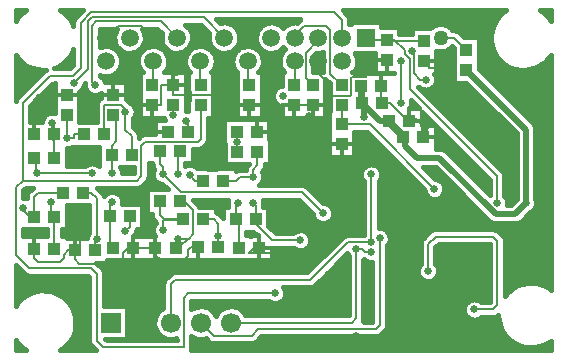
<source format=gbr>
G04 DipTrace 2.4.0.2*
%INBottom.gbr*%
%MOIN*%
%ADD14C,0.007*%
%ADD15C,0.005*%
%ADD16C,0.02*%
%ADD19C,0.015*%
%ADD20C,0.013*%
%ADD21R,0.0433X0.0394*%
%ADD22R,0.0394X0.0433*%
%ADD25C,0.05*%
%ADD26R,0.05X0.05*%
%ADD30R,0.0591X0.0591*%
%ADD31C,0.0591*%
%ADD32R,0.0669X0.0669*%
%ADD33C,0.0669*%
%ADD45C,0.025*%
%FSLAX44Y44*%
G04*
G70*
G90*
G75*
G01*
%LNBottom*%
%LPD*%
X17945Y13289D2*
D14*
X17753D1*
X17539Y13502D1*
Y14239D1*
X17479D1*
X17114Y13902D2*
Y12505D1*
X17109Y12500D1*
X4527Y9024D2*
Y8934D1*
X4753Y8707D1*
X4882D1*
Y9373D1*
X5022Y9513D1*
X5847D1*
X9676Y10137D2*
Y10917D1*
X9743D1*
X9525Y12446D2*
Y12117D1*
X18015Y6908D2*
Y7809D1*
X18264Y8057D1*
X20185D1*
X20325Y7917D1*
Y5766D1*
X20185Y5626D1*
X19555D1*
X15141Y12430D2*
Y11809D1*
X15133Y11801D1*
X16067D1*
X18223Y9645D1*
X13575Y14687D2*
D15*
Y14771D1*
X13893Y15089D1*
X14621D1*
X14753Y14957D1*
Y13487D1*
X15141Y13099D1*
X8133Y10780D2*
D14*
Y11395D1*
X7927Y11601D1*
Y12213D1*
Y12301D1*
X7787Y12441D1*
X7217D1*
Y11463D1*
X6973Y7963D2*
Y9331D1*
X6791Y9513D1*
X6516D1*
X6900Y7598D2*
Y7963D1*
X6973D1*
X10066Y10106D2*
X10252Y9919D1*
X10520D1*
X10017Y11545D2*
Y11910D1*
X9944D1*
X12176Y9189D2*
X12267Y9097D1*
Y8630D1*
Y8490D1*
X12827Y7931D1*
X13749D1*
X9074Y10917D2*
Y10469D1*
X9176Y10367D1*
Y10137D1*
X9782Y9531D1*
X13807D1*
X14508Y8830D1*
X7928Y8230D2*
X8067Y8369D1*
Y8733D1*
X4984Y10160D2*
X4949Y10195D1*
Y10668D1*
X4882D1*
X6819Y10160D2*
X4984D1*
X11189Y9919D2*
X11617D1*
X11742Y10044D1*
X12176D1*
Y10274D1*
X12329Y10428D1*
Y10889D1*
X7484Y10160D2*
Y10731D1*
X7464Y10780D1*
Y11082D1*
X7629Y11247D1*
Y12119D1*
X7525D1*
X7398Y8733D2*
Y7719D1*
X7508Y7678D1*
X7484Y9211D2*
X7398Y9125D1*
Y8733D1*
X5986Y12093D2*
X5984Y11337D1*
X6214D1*
Y11463D1*
X6547D1*
X5476Y11847D2*
Y11322D1*
X5551Y11247D1*
Y10668D1*
X5549Y11475D2*
Y11847D1*
X5476D1*
X5436Y9211D2*
Y8753D1*
X5551Y8707D1*
X5556Y7658D1*
X11630Y11193D2*
Y10889D1*
X11660D1*
X11630Y11558D2*
Y11193D1*
X18437Y14687D2*
X18883D1*
X19296Y14275D1*
X9663Y7988D2*
X10018D1*
X9761Y7731D1*
X9599D1*
Y7678D1*
X9736Y9229D2*
X9771Y9264D1*
X9849D1*
X10177Y8936D1*
Y8133D1*
X10033Y7988D1*
X9663D1*
X11598Y8630D2*
X11700D1*
Y7687D1*
X11676Y9189D2*
X11598Y9111D1*
Y8630D1*
X9067Y9229D2*
Y8768D1*
X9207Y8628D1*
X9847D1*
Y8607D1*
X9176D1*
Y8280D1*
X11025Y8062D2*
Y8488D1*
X10885Y8628D1*
X10516D1*
X11025Y7697D2*
Y8062D1*
X10437Y12437D2*
Y11313D1*
X10343Y11219D1*
X8595D1*
X8455Y11079D1*
Y10070D1*
X8309Y9925D1*
X4502D1*
Y12502D1*
X5424Y13424D1*
X6180D1*
X6437Y13682D1*
Y15187D1*
X6791Y15541D1*
X14887D1*
X15150Y15278D1*
Y14687D1*
X4502Y9925D2*
X4275Y9698D1*
Y7454D1*
X4729Y7000D1*
X6795D1*
X6974Y6822D1*
Y4578D1*
X7173Y4378D1*
X9877D1*
Y6023D1*
X10017Y6163D1*
X12906D1*
X16404Y8001D2*
Y5097D1*
X16285Y4978D1*
X12362D1*
X12131Y4747D1*
X10877D1*
X10437Y5187D1*
X15617Y7643D2*
Y5327D1*
X15477Y5187D1*
X11437D1*
X16122Y7545D2*
X15917D1*
X15819Y7643D1*
X15617D1*
X6214Y13174D2*
X6682Y13642D1*
Y15227D1*
X6822Y15367D1*
X10532D1*
X11213Y14687D1*
X6912Y13109D2*
X6822Y13199D1*
Y15087D1*
X6962Y15227D1*
X9098D1*
X9638Y14687D1*
X21281Y9175D2*
D16*
Y11620D1*
X19296Y13605D1*
X15781Y13087D2*
Y12545D1*
X15810Y12516D1*
X15874Y12038D2*
Y12452D1*
X15810Y12516D1*
X16704Y11922D2*
X16404D1*
X15810Y12516D1*
X16704Y11922D2*
Y11844D1*
X17180Y11367D1*
X17260D1*
Y11063D1*
X17642Y10681D1*
X18392D1*
X20268Y8805D1*
X20911D1*
X21281Y9175D1*
X15810Y12516D2*
Y13058D1*
X15781Y13087D1*
X17180Y11367D2*
Y11446D1*
X16704Y11922D1*
X17180Y11367D2*
D3*
X21281Y9175D2*
D3*
X8850Y13900D2*
D14*
Y13145D1*
X8812Y13106D1*
X10425Y13900D2*
Y13118D1*
X10437Y13106D1*
X12000Y13900D2*
Y13168D1*
X12062Y13106D1*
X13575Y13900D2*
Y13119D1*
X13562Y13106D1*
X14362Y14687D2*
Y14612D1*
X13937Y14187D1*
Y13356D1*
X14187Y13106D1*
X15937Y14687D2*
X16002Y14622D1*
X16655D1*
X20312Y9187D2*
Y10062D1*
X17398Y12976D1*
Y13980D1*
X17240Y14138D1*
Y14259D1*
X16877Y14622D1*
X16655D1*
X17872Y14570D2*
X16707D1*
X16655Y14622D1*
X14362Y13900D2*
Y13496D1*
X14614Y13245D1*
Y12752D1*
X15408D1*
X15442Y12786D1*
Y13337D1*
X15494Y13389D1*
X15937D1*
Y13900D1*
X9348Y11545D2*
X8952D1*
X8812Y11685D1*
Y12437D1*
X14826Y6818D2*
Y5935D1*
X15191D1*
X8812Y12437D2*
X8455D1*
Y12537D1*
X8063Y12929D1*
X7923Y12789D1*
X7525D1*
X15133Y11132D2*
X15120D1*
Y10102D1*
Y8374D1*
X14262Y7516D1*
X12037D1*
X12370Y7848D1*
Y7687D1*
X18437Y13687D2*
X18048D1*
Y13901D1*
X17872D1*
X8177Y7678D2*
X8001D1*
X7830Y7507D1*
Y7296D1*
X7690Y7156D1*
X6371D1*
X6231Y7296D1*
Y7598D1*
X14187Y12437D2*
X14614D1*
Y12752D1*
X9525Y13115D2*
Y13437D1*
X9638D1*
Y13900D1*
X15937D2*
X16337D1*
X16390Y13953D1*
X16655D1*
X18707Y6549D2*
Y5789D1*
X19051Y5445D1*
Y5716D1*
X19593Y6258D1*
X19780D1*
X8850Y14687D2*
X8450Y15087D1*
X7676D1*
X7276Y14687D1*
X15599Y4748D2*
X16846D1*
X17098Y5000D1*
X12062Y12437D2*
X12647D1*
X12787Y12577D1*
X12927Y12437D1*
X13562D1*
X9525Y13115D2*
Y12785D1*
X11073D1*
X11213Y12925D1*
X11700Y12437D1*
X12062D1*
X8063Y13900D2*
Y12929D1*
X12062Y12437D2*
Y12097D1*
X12299Y11860D1*
Y11558D1*
X19051Y5445D2*
X19191Y5305D1*
Y4691D1*
X17903Y11671D2*
X17849Y11617D1*
Y11367D1*
X17373Y11922D2*
Y11965D1*
X17610D1*
X17903Y11671D1*
X16479Y12516D2*
X16747D1*
X17373Y11889D1*
Y11922D1*
X16450Y13087D2*
Y12516D1*
X16479D1*
X15937Y13900D2*
X16447Y13389D1*
X16450D1*
Y13087D1*
X8177Y7678D2*
Y6383D1*
X8437Y6123D1*
Y5187D1*
X8929Y7678D2*
X8177D1*
X10356Y7697D2*
X10100D1*
X10028Y7624D1*
Y7411D1*
X9888Y7271D1*
X9106D1*
X8929Y7448D1*
Y7678D1*
X10767Y7222D2*
X10356D1*
Y7697D1*
X12370Y7687D2*
Y7271D1*
X12320Y7222D1*
X10767D1*
X15120Y10102D2*
X15501Y10483D1*
X16261D1*
X17098Y9646D1*
Y6689D1*
X17238Y6549D1*
X18707D1*
X14041Y12080D2*
Y11418D1*
X14327Y11132D1*
X15133D1*
X14187Y12437D2*
Y12080D1*
X14041D1*
X13562Y12437D2*
X14187D1*
X12787Y12577D2*
Y13900D1*
X11213Y12925D2*
Y13900D1*
X8812Y12437D2*
X9114D1*
Y13115D1*
X9525D1*
X5986Y12762D2*
X5020D1*
X4880Y12622D1*
Y11475D1*
X7525Y12789D2*
Y12762D1*
X5986D1*
X18707Y6549D2*
X17853D1*
X17505Y6897D1*
Y7153D1*
X17763Y7410D1*
X17749D1*
X6231Y7598D2*
X6024D1*
X5877Y7451D1*
Y7356D1*
X5737Y7216D1*
X5026D1*
X4886Y7356D1*
Y7658D1*
X17098Y5000D2*
Y6409D1*
X17238Y6549D1*
X6231Y7598D2*
X6300D1*
X6412Y7710D1*
Y8034D1*
X16105Y7873D2*
X15343D1*
X14087Y6616D1*
X9577D1*
X9437Y6476D1*
Y5187D1*
X16118Y10128D2*
Y7887D1*
X16105Y7873D1*
D45*
X20312Y9187D3*
X18223Y9645D3*
X21281Y9175D3*
X15874Y12038D3*
X16118Y10128D3*
X16122Y7545D3*
X17945Y13289D3*
X17479Y14239D3*
X13171Y12751D3*
X17109Y12500D3*
X17114Y13902D3*
X4527Y9024D3*
X9525Y12117D3*
X9676Y10137D3*
X12906Y6163D3*
X19555Y5626D3*
X18015Y6908D3*
X16105Y7873D3*
X7927Y12213D3*
X6973Y7963D3*
X10066Y10106D3*
X9944Y11910D3*
X13749Y7931D3*
X12176Y9189D3*
X14508Y8830D3*
X9176Y10137D3*
X7928Y8230D3*
X6819Y10160D3*
X4984D3*
X12176Y10044D3*
X7484Y10160D3*
Y9211D3*
X5984Y11337D3*
X5476Y11847D3*
X5436Y9211D3*
X11630Y11193D3*
X16404Y8001D3*
X9663Y7988D3*
X11676Y9189D3*
X9176Y8280D3*
X11025Y8062D3*
X6214Y13174D3*
X6912Y13109D3*
X15874Y12038D3*
X21281Y9175D3*
X14041Y12080D3*
X15191Y5935D3*
X14826Y6818D3*
X10767Y7222D3*
X17749Y7410D3*
X19780Y6258D3*
X17098Y5000D3*
X15599Y4748D3*
X6412Y8034D3*
X18707Y6549D3*
X19191Y4691D3*
X17903Y11671D3*
X15617Y7643D3*
X4287Y15453D2*
D19*
X4418D1*
X5957D2*
X6342D1*
X15337D2*
X20416D1*
X21958D2*
X22087D1*
X6083Y15305D2*
X6206D1*
X15409D2*
X20292D1*
X11418Y15156D2*
X12583D1*
X12993D2*
X13371D1*
X16457D2*
X20203D1*
X10044Y15007D2*
X10530D1*
X11619D2*
X12382D1*
X17078D2*
X18091D1*
X18784D2*
X20144D1*
X7082Y14859D2*
X7572D1*
X8554D2*
X9103D1*
X10129D2*
X10678D1*
X11704D2*
X12297D1*
X17078D2*
X17449D1*
X19075D2*
X20109D1*
X7082Y14710D2*
X7542D1*
X8584D2*
X9117D1*
X10159D2*
X10692D1*
X11734D2*
X12267D1*
X19223D2*
X20095D1*
X7082Y14561D2*
X7558D1*
X8568D2*
X9133D1*
X10143D2*
X10708D1*
X11718D2*
X12283D1*
X19719D2*
X20104D1*
X7082Y14413D2*
X7624D1*
X8502D2*
X9199D1*
X10077D2*
X10771D1*
X11652D2*
X12346D1*
X19719D2*
X20132D1*
X7642Y14264D2*
X7771D1*
X8355D2*
X8484D1*
X9217D2*
X9344D1*
X9930D2*
X10059D1*
X10792D2*
X10919D1*
X11505D2*
X11634D1*
X12367D2*
X12494D1*
X13080D2*
X13209D1*
X18634D2*
X18874D1*
X19719D2*
X20182D1*
X6114Y14115D2*
X6174D1*
X7748D2*
X8378D1*
X9323D2*
X9951D1*
X10898D2*
X11526D1*
X12473D2*
X13101D1*
X14228D2*
X14503D1*
X15623D2*
X16232D1*
X18294D2*
X18874D1*
X19719D2*
X20261D1*
X4287Y13966D2*
X4373D1*
X6001D2*
X6175D1*
X7792D2*
X8334D1*
X9367D2*
X9909D1*
X10942D2*
X11484D1*
X12517D2*
X13059D1*
X14198D2*
X14503D1*
X15667D2*
X16232D1*
X18294D2*
X18874D1*
X19719D2*
X20374D1*
X22002D2*
X22088D1*
X4287Y13818D2*
X4537D1*
X5837D2*
X6175D1*
X7790D2*
X8336D1*
X9365D2*
X9911D1*
X10940D2*
X11486D1*
X12515D2*
X13061D1*
X14198D2*
X14503D1*
X15665D2*
X16232D1*
X18294D2*
X18874D1*
X19719D2*
X20538D1*
X21836D2*
X22087D1*
X4287Y13669D2*
X4823D1*
X7741D2*
X8386D1*
X9316D2*
X9961D1*
X10891D2*
X11536D1*
X12466D2*
X13108D1*
X14198D2*
X14503D1*
X15616D2*
X16232D1*
X18294D2*
X18874D1*
X19719D2*
X20824D1*
X21552D2*
X22087D1*
X4287Y13520D2*
X5158D1*
X7626D2*
X8390D1*
X9948D2*
X10016D1*
X10860D2*
X11639D1*
X12484D2*
X13139D1*
X15564D2*
X16853D1*
X18294D2*
X18874D1*
X19834D2*
X22087D1*
X4287Y13372D2*
X5008D1*
X7136D2*
X8390D1*
X9948D2*
X10016D1*
X10860D2*
X11639D1*
X12484D2*
X13139D1*
X18285D2*
X18874D1*
X19984D2*
X22087D1*
X4287Y13223D2*
X4861D1*
X7244D2*
X8390D1*
X9948D2*
X10016D1*
X10860D2*
X11639D1*
X12484D2*
X13139D1*
X14610D2*
X14668D1*
X18290D2*
X18874D1*
X20132D2*
X22087D1*
X4287Y13074D2*
X4713D1*
X5437D2*
X5564D1*
X7949D2*
X8390D1*
X9948D2*
X10016D1*
X10860D2*
X11639D1*
X12484D2*
X13064D1*
X14610D2*
X14718D1*
X18217D2*
X19373D1*
X20282D2*
X22087D1*
X4287Y12926D2*
X4563D1*
X5289D2*
X5564D1*
X6454D2*
X6616D1*
X7949D2*
X8390D1*
X9948D2*
X10016D1*
X10860D2*
X11639D1*
X12484D2*
X12869D1*
X14610D2*
X14718D1*
X17812D2*
X19521D1*
X20430D2*
X22087D1*
X4287Y12777D2*
X4415D1*
X5139D2*
X5564D1*
X6409D2*
X6850D1*
X6975D2*
X7103D1*
X7949D2*
X8390D1*
X9948D2*
X10016D1*
X10860D2*
X11639D1*
X12484D2*
X12822D1*
X14610D2*
X14718D1*
X17959D2*
X19671D1*
X20580D2*
X22087D1*
X4991Y12628D2*
X5564D1*
X6409D2*
X7043D1*
X7961D2*
X8390D1*
X9948D2*
X10016D1*
X10860D2*
X11639D1*
X12484D2*
X12843D1*
X14610D2*
X14718D1*
X18109D2*
X19818D1*
X20727D2*
X22087D1*
X4841Y12480D2*
X5564D1*
X6409D2*
X6958D1*
X8146D2*
X8390D1*
X9948D2*
X10016D1*
X10860D2*
X11639D1*
X12484D2*
X12958D1*
X14610D2*
X14718D1*
X17460D2*
X17530D1*
X18257D2*
X19966D1*
X20877D2*
X22087D1*
X4764Y12331D2*
X5564D1*
X6409D2*
X6956D1*
X8256D2*
X8390D1*
X9948D2*
X10016D1*
X10860D2*
X11639D1*
X12484D2*
X13139D1*
X14610D2*
X14718D1*
X17413D2*
X17681D1*
X18405D2*
X20116D1*
X21025D2*
X22087D1*
X4764Y12182D2*
X5446D1*
X5507D2*
X5564D1*
X6409D2*
X6956D1*
X8277D2*
X8390D1*
X10860D2*
X11639D1*
X12484D2*
X13139D1*
X14610D2*
X14709D1*
X18555D2*
X20264D1*
X21173D2*
X22087D1*
X4764Y12034D2*
X5182D1*
X6409D2*
X6956D1*
X8226D2*
X8390D1*
X10860D2*
X11639D1*
X12484D2*
X13139D1*
X14610D2*
X14709D1*
X17816D2*
X17978D1*
X18702D2*
X20414D1*
X21323D2*
X22087D1*
X4764Y11885D2*
X5128D1*
X6409D2*
X6956D1*
X8188D2*
X8906D1*
X10698D2*
X11189D1*
X12742D2*
X14709D1*
X17816D2*
X18126D1*
X18852D2*
X20561D1*
X21470D2*
X22087D1*
X8188Y11736D2*
X8906D1*
X10698D2*
X11189D1*
X12742D2*
X14709D1*
X19000D2*
X20711D1*
X21585D2*
X22087D1*
X8303Y11587D2*
X8906D1*
X10698D2*
X11189D1*
X12742D2*
X14709D1*
X18292D2*
X18424D1*
X19150D2*
X20859D1*
X21606D2*
X22087D1*
X8390Y11439D2*
X8470D1*
X10698D2*
X11189D1*
X12742D2*
X14709D1*
X15555D2*
X16066D1*
X18292D2*
X18574D1*
X19298D2*
X20955D1*
X21606D2*
X22087D1*
X10696Y11290D2*
X11189D1*
X12770D2*
X14709D1*
X15555D2*
X16216D1*
X18292D2*
X18721D1*
X19448D2*
X20955D1*
X21606D2*
X22087D1*
X10628Y11141D2*
X11217D1*
X12770D2*
X14709D1*
X15555D2*
X16364D1*
X18292D2*
X18869D1*
X19595D2*
X20955D1*
X21606D2*
X22087D1*
X5994Y10993D2*
X7021D1*
X10452D2*
X11217D1*
X12770D2*
X14709D1*
X15555D2*
X16514D1*
X18292D2*
X19019D1*
X19743D2*
X20955D1*
X21606D2*
X22087D1*
X5994Y10844D2*
X7021D1*
X10185D2*
X11217D1*
X12770D2*
X14709D1*
X15555D2*
X16661D1*
X18683D2*
X19167D1*
X19893D2*
X20955D1*
X21606D2*
X22087D1*
X5994Y10695D2*
X7021D1*
X10185D2*
X11217D1*
X12770D2*
X16809D1*
X18831D2*
X19317D1*
X20041D2*
X20955D1*
X21606D2*
X22087D1*
X5994Y10547D2*
X7021D1*
X10185D2*
X11217D1*
X12770D2*
X16959D1*
X18981D2*
X19464D1*
X20191D2*
X20955D1*
X21606D2*
X22087D1*
X8716Y10398D2*
X8825D1*
X10246D2*
X11948D1*
X12587D2*
X15904D1*
X16333D2*
X17107D1*
X19129D2*
X19614D1*
X20338D2*
X20955D1*
X21606D2*
X22087D1*
X7823Y10249D2*
X8193D1*
X8716D2*
X8845D1*
X12512D2*
X15789D1*
X16448D2*
X17257D1*
X17980D2*
X18370D1*
X19279D2*
X19762D1*
X20488D2*
X20955D1*
X21606D2*
X22087D1*
X8716Y10101D2*
X8825D1*
X12522D2*
X15768D1*
X16469D2*
X17404D1*
X18130D2*
X18518D1*
X19426D2*
X19910D1*
X20570D2*
X20955D1*
X21606D2*
X22087D1*
X8685Y9952D2*
X8880D1*
X12515D2*
X15818D1*
X16419D2*
X17554D1*
X18374D2*
X18665D1*
X19574D2*
X20050D1*
X20573D2*
X20955D1*
X21606D2*
X22087D1*
X8551Y9803D2*
X9128D1*
X12423D2*
X15857D1*
X16380D2*
X17702D1*
X18533D2*
X18815D1*
X19724D2*
X20050D1*
X20573D2*
X20955D1*
X21606D2*
X22087D1*
X4595Y9655D2*
X4800D1*
X7012D2*
X9297D1*
X14045D2*
X15857D1*
X16380D2*
X17852D1*
X18573D2*
X18963D1*
X19872D2*
X20050D1*
X20573D2*
X20955D1*
X21606D2*
X22087D1*
X4537Y9506D2*
X4659D1*
X7162D2*
X7307D1*
X7661D2*
X8625D1*
X14195D2*
X15857D1*
X16380D2*
X17903D1*
X18545D2*
X19113D1*
X20573D2*
X20955D1*
X21606D2*
X22087D1*
X7801Y9357D2*
X8625D1*
X14343D2*
X15857D1*
X16380D2*
X18035D1*
X18412D2*
X19261D1*
X20617D2*
X20955D1*
X21606D2*
X22087D1*
X7834Y9208D2*
X8625D1*
X10267D2*
X11325D1*
X12526D2*
X13767D1*
X14493D2*
X15857D1*
X16380D2*
X19411D1*
X20662D2*
X20861D1*
X21630D2*
X22087D1*
X5992Y9060D2*
X6712D1*
X8509D2*
X8625D1*
X10405D2*
X11336D1*
X12529D2*
X13917D1*
X14767D2*
X15857D1*
X16380D2*
X19558D1*
X21611D2*
X22087D1*
X5992Y8911D2*
X6712D1*
X8509D2*
X8625D1*
X10958D2*
X11156D1*
X12709D2*
X14064D1*
X14849D2*
X15857D1*
X16380D2*
X19706D1*
X21505D2*
X22087D1*
X5992Y8762D2*
X6712D1*
X8509D2*
X8807D1*
X12709D2*
X14165D1*
X14851D2*
X15857D1*
X16380D2*
X19856D1*
X21325D2*
X22087D1*
X5992Y8614D2*
X6712D1*
X8509D2*
X8861D1*
X12709D2*
X14236D1*
X14781D2*
X15857D1*
X16380D2*
X20003D1*
X21175D2*
X22087D1*
X5992Y8465D2*
X6712D1*
X8509D2*
X8880D1*
X12709D2*
X15857D1*
X16380D2*
X22087D1*
X5992Y8316D2*
X6712D1*
X8322D2*
X8826D1*
X12803D2*
X15857D1*
X16534D2*
X22087D1*
X4537Y8168D2*
X5292D1*
X5814D2*
X6691D1*
X8273D2*
X8845D1*
X11962D2*
X12227D1*
X14003D2*
X15857D1*
X16710D2*
X18011D1*
X20437D2*
X22087D1*
X5997Y8019D2*
X6628D1*
X14087D2*
X15126D1*
X16755D2*
X17864D1*
X20563D2*
X22087D1*
X14094Y7870D2*
X14978D1*
X16729D2*
X17763D1*
X20584D2*
X22087D1*
X14026Y7722D2*
X14828D1*
X16666D2*
X17756D1*
X18292D2*
X20064D1*
X20584D2*
X22087D1*
X12812Y7573D2*
X14681D1*
X16666D2*
X17756D1*
X18276D2*
X20064D1*
X20584D2*
X22087D1*
X12812Y7424D2*
X14533D1*
X15257D2*
X15347D1*
X16666D2*
X17756D1*
X18276D2*
X20064D1*
X20584D2*
X22087D1*
X10042Y7276D2*
X14383D1*
X15109D2*
X15356D1*
X16666D2*
X17756D1*
X18276D2*
X20064D1*
X20584D2*
X22087D1*
X7033Y7127D2*
X14236D1*
X14959D2*
X15356D1*
X15878D2*
X16143D1*
X16666D2*
X17746D1*
X18285D2*
X20064D1*
X20584D2*
X22087D1*
X4287Y6978D2*
X4389D1*
X7178D2*
X14086D1*
X14812D2*
X15356D1*
X15878D2*
X16143D1*
X16666D2*
X17671D1*
X18360D2*
X20064D1*
X20584D2*
X22087D1*
X4287Y6829D2*
X4537D1*
X7234D2*
X9440D1*
X14662D2*
X15356D1*
X15878D2*
X16143D1*
X16666D2*
X17674D1*
X18358D2*
X20064D1*
X20584D2*
X22087D1*
X4287Y6681D2*
X6712D1*
X7234D2*
X9278D1*
X14514D2*
X15356D1*
X15878D2*
X16143D1*
X16666D2*
X17753D1*
X18278D2*
X20064D1*
X20584D2*
X22087D1*
X4287Y6532D2*
X6712D1*
X7234D2*
X9182D1*
X14366D2*
X15356D1*
X15878D2*
X16143D1*
X16666D2*
X20064D1*
X20584D2*
X22087D1*
X4287Y6383D2*
X6712D1*
X7234D2*
X9175D1*
X14181D2*
X15356D1*
X15878D2*
X16143D1*
X16666D2*
X20064D1*
X20584D2*
X20911D1*
X21965D2*
X22087D1*
X4287Y6235D2*
X4926D1*
X5448D2*
X6712D1*
X7234D2*
X9175D1*
X13248D2*
X15356D1*
X15878D2*
X16143D1*
X16666D2*
X20064D1*
X20584D2*
X20700D1*
X4287Y6086D2*
X4579D1*
X5793D2*
X6712D1*
X7234D2*
X9175D1*
X13248D2*
X15356D1*
X15878D2*
X16143D1*
X16666D2*
X20064D1*
X4287Y5937D2*
X4401D1*
X5973D2*
X6712D1*
X7234D2*
X9175D1*
X13169D2*
X15356D1*
X15878D2*
X16143D1*
X16666D2*
X19413D1*
X19696D2*
X20064D1*
X6095Y5789D2*
X6712D1*
X7234D2*
X9175D1*
X10138D2*
X15356D1*
X15878D2*
X16143D1*
X16666D2*
X19246D1*
X6177Y5640D2*
X6712D1*
X7998D2*
X9119D1*
X10757D2*
X11118D1*
X11755D2*
X15356D1*
X15878D2*
X16143D1*
X16666D2*
X19204D1*
X6233Y5491D2*
X6712D1*
X7998D2*
X8969D1*
X10905D2*
X10968D1*
X11905D2*
X15356D1*
X15878D2*
X16143D1*
X16666D2*
X19232D1*
X6266Y5343D2*
X6712D1*
X7998D2*
X8899D1*
X15878D2*
X16143D1*
X16666D2*
X19361D1*
X19750D2*
X20350D1*
X6278Y5194D2*
X6712D1*
X7998D2*
X8878D1*
X16666D2*
X20374D1*
X6269Y5045D2*
X6712D1*
X7998D2*
X8896D1*
X16658D2*
X20421D1*
X6238Y4896D2*
X6712D1*
X7998D2*
X8960D1*
X16567D2*
X20491D1*
X6184Y4748D2*
X6712D1*
X7998D2*
X9098D1*
X16387D2*
X20596D1*
X6105Y4599D2*
X6712D1*
X10138D2*
X10661D1*
X12346D2*
X20746D1*
X4287Y4450D2*
X4387D1*
X5987D2*
X6747D1*
X10138D2*
X20993D1*
X21883D2*
X22087D1*
X4287Y4302D2*
X4561D1*
X5814D2*
X6888D1*
X10124D2*
X22087D1*
X16038Y13495D2*
X16869D1*
X16867Y13525D1*
X16247D1*
Y14181D1*
X15569D1*
X15593Y14144D1*
X15624Y14076D1*
X15645Y14004D1*
X15656Y13900D1*
X15650Y13825D1*
X15634Y13752D1*
X15607Y13682D1*
X15569Y13617D1*
X15523Y13558D1*
X15491Y13527D1*
X15548D1*
Y13496D1*
X16208Y13495D1*
Y13493D1*
X17800Y11775D2*
X18251D1*
X17801Y12225D1*
Y11775D1*
X18277Y11749D2*
Y10992D1*
X18392D1*
X18466Y10983D1*
X18536Y10956D1*
X18611Y10901D1*
X20065Y9447D1*
X20066Y9958D1*
X19290Y10737D1*
X18229Y11797D1*
X17398Y12330D2*
X17697D1*
X17432Y12594D1*
X17445Y12500D1*
X17437Y12426D1*
X17412Y12355D1*
X17396Y12329D1*
X13970Y12010D2*
X13154D1*
Y12416D1*
X13099Y12423D1*
X13028Y12447D1*
X12965Y12486D1*
X12911Y12539D1*
X12870Y12602D1*
X12845Y12672D1*
X12835Y12746D1*
X12842Y12821D1*
X12866Y12892D1*
X12904Y12956D1*
X12956Y13010D1*
X13019Y13051D1*
X13089Y13077D1*
X13156Y13086D1*
X13154Y13534D1*
X13227D1*
X13164Y13604D1*
X13125Y13668D1*
X13095Y13737D1*
X13077Y13810D1*
X13069Y13884D1*
X13072Y13959D1*
X13086Y14033D1*
X13111Y14103D1*
X13147Y14170D1*
X13191Y14230D1*
X13257Y14293D1*
X13183Y14368D1*
X13106Y14294D1*
X13045Y14251D1*
X12978Y14218D1*
X12906Y14195D1*
X12832Y14183D1*
X12758Y14182D1*
X12683Y14192D1*
X12611Y14212D1*
X12543Y14244D1*
X12480Y14285D1*
X12424Y14334D1*
X12376Y14392D1*
X12337Y14456D1*
X12308Y14525D1*
X12289Y14597D1*
X12281Y14672D1*
X12285Y14747D1*
X12299Y14820D1*
X12324Y14891D1*
X12359Y14957D1*
X12404Y15017D1*
X12457Y15070D1*
X12517Y15115D1*
X12583Y15150D1*
X12654Y15175D1*
X12727Y15190D1*
X12802Y15193D1*
X12877Y15185D1*
X12949Y15167D1*
X13018Y15138D1*
X13082Y15099D1*
X13140Y15051D1*
X13182Y15003D1*
X13244Y15070D1*
X13304Y15115D1*
X13370Y15150D1*
X13441Y15175D1*
X13515Y15190D1*
X13589Y15193D1*
X13657Y15186D1*
X13760Y15284D1*
X13762Y15295D1*
X10952D1*
X11072Y15175D1*
X11152Y15190D1*
X11227Y15193D1*
X11302Y15185D1*
X11374Y15167D1*
X11443Y15138D1*
X11507Y15099D1*
X11565Y15051D1*
X11615Y14995D1*
X11656Y14932D1*
X11687Y14864D1*
X11708Y14792D1*
X11719Y14687D1*
X11713Y14612D1*
X11697Y14539D1*
X11670Y14469D1*
X11632Y14404D1*
X11586Y14345D1*
X11532Y14294D1*
X11470Y14251D1*
X11403Y14218D1*
X11332Y14195D1*
X11258Y14183D1*
X11183Y14182D1*
X11108Y14192D1*
X11036Y14212D1*
X10968Y14244D1*
X10906Y14285D1*
X10850Y14334D1*
X10801Y14392D1*
X10762Y14456D1*
X10733Y14525D1*
X10714Y14597D1*
X10707Y14672D1*
X10710Y14747D1*
X10727Y14827D1*
X10430Y15121D1*
X9897D1*
X9990Y15051D1*
X10040Y14995D1*
X10081Y14932D1*
X10112Y14864D1*
X10133Y14792D1*
X10144Y14687D1*
X10138Y14612D1*
X10122Y14539D1*
X10095Y14469D1*
X10058Y14404D1*
X10011Y14345D1*
X9957Y14294D1*
X9895Y14251D1*
X9828Y14218D1*
X9757Y14195D1*
X9683Y14183D1*
X9608Y14182D1*
X9534Y14192D1*
X9462Y14212D1*
X9394Y14244D1*
X9331Y14285D1*
X9275Y14334D1*
X9227Y14392D1*
X9188Y14456D1*
X9158Y14525D1*
X9140Y14597D1*
X9132Y14672D1*
X9135Y14747D1*
X9152Y14827D1*
X8995Y14982D1*
X8476Y14981D1*
X8537Y14864D1*
X8558Y14792D1*
X8569Y14687D1*
X8564Y14612D1*
X8547Y14539D1*
X8520Y14469D1*
X8483Y14404D1*
X8437Y14345D1*
X8382Y14294D1*
X8320Y14251D1*
X8253Y14218D1*
X8182Y14195D1*
X8108Y14183D1*
X8033Y14182D1*
X7959Y14192D1*
X7887Y14212D1*
X7819Y14244D1*
X7756Y14285D1*
X7700Y14334D1*
X7652Y14392D1*
X7613Y14456D1*
X7584Y14525D1*
X7565Y14597D1*
X7557Y14672D1*
X7560Y14747D1*
X7575Y14820D1*
X7600Y14891D1*
X7653Y14981D1*
X7065D1*
X7068Y14637D1*
X7071Y14363D1*
X7142Y14388D1*
X7215Y14402D1*
X7290Y14406D1*
X7365Y14398D1*
X7437Y14379D1*
X7506Y14350D1*
X7570Y14311D1*
X7628Y14263D1*
X7678Y14207D1*
X7719Y14144D1*
X7750Y14076D1*
X7771Y14004D1*
X7782Y13900D1*
X7776Y13825D1*
X7760Y13752D1*
X7733Y13682D1*
X7695Y13617D1*
X7649Y13558D1*
X7595Y13507D1*
X7533Y13464D1*
X7466Y13431D1*
X7395Y13408D1*
X7321Y13395D1*
X7246Y13394D1*
X7171Y13404D1*
X7068Y13440D1*
Y13407D1*
X7114Y13378D1*
X7169Y13326D1*
X7210Y13264D1*
X7230Y13214D1*
X7298Y13216D1*
X7933D1*
Y12639D1*
X8049Y12527D1*
X8130Y12482D1*
X8184Y12430D1*
X8226Y12368D1*
X8252Y12298D1*
X8263Y12213D1*
X8255Y12139D1*
X8230Y12068D1*
X8191Y12005D1*
X8173Y11987D1*
Y11705D1*
X8307Y11569D1*
X8351Y11509D1*
X8378Y11418D1*
X8379Y11351D1*
X8421Y11393D1*
X8481Y11437D1*
X8572Y11464D1*
X8920Y11467D1*
Y11952D1*
X9233D1*
X9209Y12009D1*
X8404Y12010D1*
Y13534D1*
X8500D1*
X8439Y13604D1*
X8400Y13668D1*
X8371Y13737D1*
X8352Y13810D1*
X8344Y13884D1*
X8348Y13959D1*
X8362Y14033D1*
X8387Y14103D1*
X8422Y14170D1*
X8467Y14230D1*
X8520Y14283D1*
X8580Y14327D1*
X8646Y14363D1*
X8717Y14388D1*
X8790Y14402D1*
X8865Y14406D1*
X8940Y14398D1*
X9012Y14379D1*
X9081Y14350D1*
X9145Y14311D1*
X9203Y14263D1*
X9252Y14207D1*
X9293Y14144D1*
X9325Y14076D1*
X9346Y14004D1*
X9357Y13900D1*
X9351Y13825D1*
X9335Y13752D1*
X9307Y13682D1*
X9270Y13617D1*
X9209Y13544D1*
X9933Y13543D1*
Y12243D1*
X10011Y12239D1*
X10029Y12235D1*
X10032Y12864D1*
X10029Y12829D1*
Y13534D1*
X10074D1*
X10014Y13604D1*
X9975Y13668D1*
X9946Y13737D1*
X9927Y13810D1*
X9919Y13884D1*
X9923Y13959D1*
X9937Y14033D1*
X9962Y14103D1*
X9997Y14170D1*
X10042Y14230D1*
X10094Y14283D1*
X10155Y14327D1*
X10221Y14363D1*
X10291Y14388D1*
X10365Y14402D1*
X10440Y14406D1*
X10514Y14398D1*
X10587Y14379D1*
X10656Y14350D1*
X10720Y14311D1*
X10777Y14263D1*
X10827Y14207D1*
X10868Y14144D1*
X10900Y14076D1*
X10920Y14004D1*
X10931Y13900D1*
X10926Y13825D1*
X10909Y13752D1*
X10882Y13682D1*
X10845Y13617D1*
X10773Y13534D1*
X10845D1*
X10842Y12679D1*
X10845Y12714D1*
Y12010D1*
X10683D1*
Y11313D1*
X10672Y11239D1*
X10626Y11156D1*
X10517Y11045D1*
X10457Y11001D1*
X10366Y10974D1*
X10172Y10973D1*
X10171Y10510D1*
X9920D1*
X9922Y10409D1*
X9984Y10431D1*
X10058Y10441D1*
X10133Y10435D1*
X10204Y10412D1*
X10269Y10374D1*
X10318Y10327D1*
X10947Y10325D1*
X10912Y10327D1*
X11617D1*
Y10255D1*
X11699Y10287D1*
X11817Y10290D1*
X11932D1*
X11948Y10368D1*
X12002Y10448D1*
X12033Y10480D1*
X11232Y10481D1*
Y11150D1*
X11202D1*
Y11966D1*
X12057Y11964D1*
X12067Y11966D1*
X12727D1*
Y11296D1*
X12756D1*
Y10481D1*
X12576D1*
X12575Y10428D1*
X12564Y10354D1*
X12518Y10270D1*
X12465Y10216D1*
X12501Y10129D1*
X12512Y10044D1*
X12503Y9970D1*
X12479Y9899D1*
X12439Y9836D1*
X12377Y9777D1*
X13807D1*
X13881Y9766D1*
X13964Y9720D1*
X14519Y9167D1*
X14575Y9159D1*
X14646Y9136D1*
X14711Y9098D1*
X14765Y9047D1*
X14807Y8984D1*
X14833Y8915D1*
X14844Y8830D1*
X14836Y8755D1*
X14811Y8685D1*
X14772Y8621D1*
X14719Y8568D1*
X14656Y8528D1*
X14585Y8503D1*
X14511Y8494D1*
X14437Y8502D1*
X14366Y8526D1*
X14302Y8565D1*
X14248Y8617D1*
X14208Y8680D1*
X14182Y8750D1*
X14173Y8818D1*
X13706Y9284D1*
X12497Y9285D1*
X12512Y9189D1*
X12509Y9138D1*
X12513Y9039D1*
X12695Y9038D1*
Y8412D1*
X12930Y8175D1*
X13523Y8177D1*
X13597Y8231D1*
X13667Y8257D1*
X13741Y8267D1*
X13816Y8260D1*
X13887Y8237D1*
X13952Y8199D1*
X14006Y8148D1*
X14048Y8086D1*
X14074Y8016D1*
X14085Y7931D1*
X14077Y7857D1*
X14052Y7786D1*
X14013Y7723D1*
X13960Y7669D1*
X13897Y7629D1*
X13826Y7604D1*
X13752Y7595D1*
X13678Y7603D1*
X13607Y7627D1*
X13543Y7666D1*
X13524Y7684D1*
X12804Y7687D1*
X12797Y7660D1*
Y7279D1*
X11273D1*
Y7291D1*
X10853Y7289D1*
X10598Y7291D1*
X10588Y7289D1*
X10026D1*
Y7270D1*
X9171Y7273D1*
X9162Y7270D1*
X7328D1*
X7327Y7190D1*
X6953D1*
X7148Y6996D1*
X7192Y6936D1*
X7219Y6845D1*
X7220Y5732D1*
X7983Y5733D1*
Y4641D1*
X7258D1*
X7323Y4624D1*
X9632D1*
X9616Y4672D1*
X9543Y4652D1*
X9469Y4642D1*
X9394Y4643D1*
X9320Y4654D1*
X9248Y4675D1*
X9180Y4706D1*
X9116Y4746D1*
X9059Y4794D1*
X9008Y4849D1*
X8966Y4911D1*
X8933Y4979D1*
X8909Y5050D1*
X8895Y5123D1*
X8892Y5198D1*
X8898Y5273D1*
X8915Y5346D1*
X8942Y5416D1*
X8978Y5481D1*
X9022Y5542D1*
X9075Y5595D1*
X9134Y5641D1*
X9193Y5675D1*
X9191Y6012D1*
Y6476D1*
X9202Y6550D1*
X9248Y6634D1*
X9403Y6790D1*
X9463Y6834D1*
X9554Y6861D1*
X11827Y6862D1*
X13986D1*
X15169Y8046D1*
X15230Y8091D1*
X15321Y8117D1*
X15871Y8119D1*
X15873Y8787D1*
Y9900D1*
X15818Y9978D1*
X15792Y10048D1*
X15783Y10122D1*
X15790Y10197D1*
X15813Y10268D1*
X15852Y10332D1*
X15904Y10386D1*
X15966Y10427D1*
X16036Y10453D1*
X16110Y10463D1*
X16185Y10457D1*
X16256Y10434D1*
X16321Y10396D1*
X16375Y10344D1*
X16417Y10282D1*
X16444Y10212D1*
X16454Y10128D1*
X16446Y10053D1*
X16421Y9983D1*
X16382Y9919D1*
X16364Y9901D1*
Y8335D1*
X16471Y8330D1*
X16542Y8307D1*
X16607Y8269D1*
X16661Y8218D1*
X16703Y8156D1*
X16729Y8086D1*
X16740Y8001D1*
X16732Y7927D1*
X16707Y7856D1*
X16668Y7792D1*
X16650Y7774D1*
Y5097D1*
X16639Y5024D1*
X16594Y4940D1*
X16458Y4804D1*
X16398Y4759D1*
X16307Y4733D1*
X14035Y4732D1*
X12462D1*
X12305Y4573D1*
X12245Y4529D1*
X12154Y4502D1*
X10877Y4501D1*
X10803Y4513D1*
X10719Y4558D1*
X10608Y4668D1*
X10543Y4652D1*
X10469Y4642D1*
X10394Y4643D1*
X10320Y4654D1*
X10248Y4675D1*
X10180Y4706D1*
X10122Y4742D1*
X10123Y4378D1*
X10114Y4315D1*
X10122Y4272D1*
X22102D1*
X22101Y4590D1*
X21977Y4506D1*
X21842Y4440D1*
X21700Y4393D1*
X21552Y4367D1*
X21403Y4361D1*
X21254Y4376D1*
X21108Y4412D1*
X20969Y4468D1*
X20839Y4542D1*
X20720Y4634D1*
X20616Y4741D1*
X20527Y4862D1*
X20456Y4994D1*
X20404Y5135D1*
X20372Y5281D1*
X20361Y5431D1*
X20359Y5452D1*
X20298Y5408D1*
X20207Y5381D1*
X19784Y5380D1*
X19703Y5324D1*
X19632Y5299D1*
X19558Y5290D1*
X19483Y5298D1*
X19413Y5322D1*
X19349Y5361D1*
X19295Y5414D1*
X19255Y5476D1*
X19229Y5547D1*
X19219Y5621D1*
X19227Y5695D1*
X19250Y5767D1*
X19289Y5831D1*
X19340Y5885D1*
X19403Y5926D1*
X19473Y5952D1*
X19547Y5962D1*
X19622Y5956D1*
X19693Y5933D1*
X19757Y5895D1*
X19780Y5874D1*
X20078Y5872D1*
X20079Y7812D1*
X18685Y7811D1*
X18364D1*
X18260Y7706D1*
X18261Y7136D1*
X18314Y7063D1*
X18341Y6993D1*
X18351Y6908D1*
X18343Y6834D1*
X18318Y6763D1*
X18279Y6700D1*
X18226Y6647D1*
X18163Y6606D1*
X18092Y6581D1*
X18018Y6572D1*
X17944Y6580D1*
X17873Y6604D1*
X17809Y6643D1*
X17755Y6696D1*
X17715Y6758D1*
X17689Y6829D1*
X17680Y6903D1*
X17687Y6977D1*
X17710Y7048D1*
X17749Y7113D1*
X17770Y7134D1*
Y7809D1*
X17781Y7883D1*
X17826Y7966D1*
X18090Y8231D1*
X18150Y8275D1*
X18241Y8302D1*
X20185Y8303D1*
X20258Y8292D1*
X20342Y8246D1*
X20499Y8091D1*
X20543Y8031D1*
X20569Y7940D1*
X20571Y6077D1*
X20657Y6179D1*
X20768Y6280D1*
X20892Y6365D1*
X21026Y6432D1*
X21168Y6479D1*
X21315Y6506D1*
X21465Y6513D1*
X21614Y6499D1*
X21760Y6464D1*
X21899Y6409D1*
X22030Y6335D1*
X22104Y6281D1*
X22102Y6672D1*
X22100Y14118D1*
X22012Y13996D1*
X21908Y13888D1*
X21791Y13796D1*
X21661Y13721D1*
X21522Y13664D1*
X21377Y13628D1*
X21228Y13611D1*
X21078Y13616D1*
X20930Y13642D1*
X20787Y13688D1*
X20653Y13753D1*
X20528Y13836D1*
X20416Y13936D1*
X20319Y14050D1*
X20239Y14177D1*
X20178Y14314D1*
X20135Y14457D1*
X20114Y14606D1*
X20113Y14756D1*
X20133Y14904D1*
X20173Y15049D1*
X20233Y15186D1*
X20312Y15313D1*
X20407Y15429D1*
X20518Y15530D1*
X20620Y15601D1*
X17827Y15602D1*
X15172D1*
X15324Y15452D1*
X15368Y15392D1*
X15394Y15301D1*
X15396Y15131D1*
X15431Y15156D1*
Y15193D1*
X16443D1*
Y15050D1*
X17062D1*
Y14817D1*
X17464Y14816D1*
X17465Y14997D1*
X18095D1*
X18160Y15055D1*
X18223Y15095D1*
X18292Y15125D1*
X18365Y15142D1*
X18440Y15148D1*
X18515Y15141D1*
X18587Y15123D1*
X18656Y15093D1*
X18719Y15052D1*
X18774Y15001D1*
X18826Y14932D1*
X18883Y14933D1*
X18957Y14922D1*
X19041Y14876D1*
X19215Y14703D1*
X19704Y14702D1*
X19701Y13847D1*
X19704Y13883D1*
Y13637D1*
X21501Y11840D1*
X21547Y11781D1*
X21578Y11713D1*
X21592Y11620D1*
Y9302D1*
X21606Y9259D1*
X21617Y9175D1*
X21609Y9100D1*
X21584Y9029D1*
X21545Y8966D1*
X21492Y8913D1*
X21413Y8867D1*
X21131Y8585D1*
X21072Y8539D1*
X21004Y8508D1*
X20911Y8494D1*
X20268D1*
X20194Y8503D1*
X20124Y8529D1*
X20048Y8585D1*
X18263Y10370D1*
X17845D1*
X18235Y9981D1*
X18290Y9974D1*
X18361Y9951D1*
X18426Y9913D1*
X18480Y9861D1*
X18522Y9799D1*
X18548Y9729D1*
X18559Y9645D1*
X18551Y9570D1*
X18526Y9500D1*
X18487Y9436D1*
X18434Y9383D1*
X18371Y9343D1*
X18300Y9318D1*
X18226Y9309D1*
X18152Y9317D1*
X18081Y9341D1*
X18017Y9380D1*
X17963Y9432D1*
X17923Y9495D1*
X17897Y9565D1*
X17888Y9632D1*
X15966Y11554D1*
X15540Y11553D1*
X15538Y11374D1*
X15540Y11364D1*
Y10704D1*
X14725D1*
Y12228D1*
X14732D1*
X14733Y12858D1*
Y13176D1*
X14595Y13312D1*
X14592Y12679D1*
X14595Y12669D1*
Y12010D1*
X13779D1*
X18280Y14254D2*
Y13473D1*
X18225D1*
X18243Y13443D1*
X18270Y13373D1*
X18281Y13289D1*
X18272Y13214D1*
X18248Y13144D1*
X18208Y13080D1*
X18155Y13027D1*
X18092Y12987D1*
X18022Y12962D1*
X17947Y12953D1*
X17873Y12960D1*
X17802Y12985D1*
X17738Y13024D1*
X17716Y13045D1*
X17677Y13055D1*
X17678Y13044D1*
X20486Y10236D1*
X20530Y10176D1*
X20557Y10085D1*
X20558Y9417D1*
X20610Y9342D1*
X20637Y9272D1*
X20648Y9187D1*
X20643Y9115D1*
X20781D1*
X20972Y9304D1*
X20971Y10900D1*
Y11493D1*
X19683Y12779D1*
X19283Y13178D1*
X18888D1*
X18890Y14033D1*
X18888Y13997D1*
Y14337D1*
X18809Y14414D1*
X18754Y14352D1*
X18695Y14305D1*
X18630Y14268D1*
X18560Y14243D1*
X18486Y14229D1*
X18411Y14227D1*
X18337Y14237D1*
X18281Y14254D1*
X18278Y14142D1*
X14185Y13534D2*
X14518D1*
X14517Y14207D1*
X14481Y14195D1*
X14407Y14183D1*
X14332Y14182D1*
X14284Y14188D1*
X14183Y14085D1*
Y13533D1*
X12470Y12864D2*
Y12010D1*
X11654D1*
Y13531D1*
X11589Y13604D1*
X11550Y13668D1*
X11521Y13737D1*
X11502Y13810D1*
X11494Y13884D1*
X11497Y13959D1*
X11512Y14033D1*
X11537Y14103D1*
X11572Y14170D1*
X11616Y14230D1*
X11669Y14283D1*
X11729Y14327D1*
X11796Y14363D1*
X11866Y14388D1*
X11940Y14402D1*
X12015Y14406D1*
X12089Y14398D1*
X12162Y14379D1*
X12231Y14350D1*
X12295Y14311D1*
X12352Y14263D1*
X12402Y14207D1*
X12443Y14144D1*
X12474Y14076D1*
X12495Y14004D1*
X12506Y13900D1*
X12501Y13825D1*
X12484Y13752D1*
X12457Y13682D1*
X12420Y13617D1*
X12348Y13534D1*
X12470D1*
X12467Y12679D1*
X7118Y12666D2*
Y12843D1*
X7059Y12808D1*
X6989Y12782D1*
X6915Y12773D1*
X6840Y12781D1*
X6769Y12805D1*
X6706Y12844D1*
X6652Y12897D1*
X6611Y12960D1*
X6586Y13030D1*
X6576Y13104D1*
X6581Y13153D1*
X6577Y13180D1*
X6517Y13029D1*
X6477Y12965D1*
X6424Y12912D1*
X6394Y12890D1*
Y11871D1*
X6970D1*
X6971Y12441D1*
X6982Y12515D1*
X7015Y12582D1*
X7058Y12629D1*
X7060Y12630D1*
X8231Y8086D2*
X8902D1*
X8875Y8130D1*
X8850Y8200D1*
X8840Y8275D1*
X8847Y8349D1*
X8871Y8420D1*
X8909Y8484D1*
X8930Y8506D1*
X8927Y8560D1*
X8893Y8594D1*
X8849Y8655D1*
X8822Y8746D1*
X8820Y8822D1*
X8640D1*
Y9637D1*
X9330D1*
X9162Y9803D1*
X9104Y9809D1*
X9033Y9833D1*
X8969Y9872D1*
X8916Y9925D1*
X8875Y9988D1*
X8850Y10058D1*
X8840Y10132D1*
X8847Y10207D1*
X8871Y10278D1*
X8886Y10311D1*
X8847Y10374D1*
X8828Y10469D1*
X8832Y10429D1*
X8826Y10510D1*
X8702D1*
X8701Y10070D1*
X8689Y9996D1*
X8644Y9913D1*
X8483Y9751D1*
X8423Y9707D1*
X8332Y9680D1*
X6971Y9679D1*
X7147Y9505D1*
X7200Y9426D1*
X7217Y9416D1*
X7269Y9469D1*
X7332Y9511D1*
X7402Y9537D1*
X7476Y9547D1*
X7550Y9540D1*
X7622Y9518D1*
X7686Y9479D1*
X7740Y9428D1*
X7782Y9366D1*
X7809Y9296D1*
X7820Y9211D1*
X7812Y9139D1*
X7865Y9141D1*
X8495D1*
Y8325D1*
X8310D1*
X8302Y8295D1*
X8267Y8226D1*
X8256Y8156D1*
X8232Y8087D1*
X10121Y5631D2*
X10199Y5678D1*
X10269Y5706D1*
X10342Y5724D1*
X10416Y5732D1*
X10491Y5730D1*
X10565Y5717D1*
X10636Y5695D1*
X10704Y5663D1*
X10767Y5622D1*
X10823Y5572D1*
X10872Y5516D1*
X10913Y5453D1*
X10936Y5404D1*
X10978Y5481D1*
X11022Y5542D1*
X11075Y5595D1*
X11134Y5641D1*
X11199Y5678D1*
X11269Y5706D1*
X11342Y5724D1*
X11416Y5732D1*
X11491Y5730D1*
X11565Y5717D1*
X11636Y5695D1*
X11704Y5663D1*
X11767Y5622D1*
X11823Y5572D1*
X11872Y5516D1*
X11922Y5434D1*
X14662Y5433D1*
X15372D1*
X15371Y6377D1*
Y7415D1*
X15315Y7495D1*
X14563Y6744D1*
X14261Y6442D1*
X14201Y6398D1*
X14110Y6371D1*
X13171Y6370D1*
X13204Y6317D1*
X13231Y6247D1*
X13242Y6163D1*
X13233Y6088D1*
X13209Y6018D1*
X13169Y5954D1*
X13116Y5901D1*
X13053Y5861D1*
X12983Y5836D1*
X12908Y5827D1*
X12834Y5834D1*
X12763Y5859D1*
X12699Y5898D1*
X12681Y5916D1*
X10124Y5917D1*
X10123Y5631D1*
X7891Y10374D2*
X7744Y10372D1*
X7782Y10314D1*
X7809Y10244D1*
X7820Y10170D1*
X8208Y10171D1*
X8209Y10372D1*
X7810D1*
X7036Y10417D2*
Y11054D1*
X6166Y11056D1*
X6131Y11035D1*
X6061Y11010D1*
X5978Y11001D1*
Y10404D1*
X6484Y10406D1*
X6589D1*
X6667Y10459D1*
X6737Y10485D1*
X6811Y10496D1*
X6886Y10489D1*
X6957Y10466D1*
X7037Y10414D1*
X5578Y12335D2*
Y13178D1*
X5492Y13144D1*
X4748Y12400D1*
Y11881D1*
X4977Y11882D1*
X5143D1*
X5147Y11916D1*
X5171Y11987D1*
X5209Y12051D1*
X5261Y12105D1*
X5324Y12146D1*
X5394Y12172D1*
X5468Y12183D1*
X5543Y12176D1*
X5580Y12164D1*
X5578Y12416D1*
X5580Y12521D1*
X4521Y8066D2*
X5309D1*
X5307Y8301D1*
X5153Y8299D1*
X5123Y8301D1*
X5159Y8299D1*
X4519D1*
X4521Y8064D1*
X5801Y8066D2*
X5983D1*
Y8005D1*
X6639D1*
X6668Y8103D1*
X6706Y8167D1*
X6727Y8189D1*
Y9104D1*
X6089Y9105D1*
X5977D1*
X5978Y8299D1*
X5798D1*
X5800Y8063D1*
X12025Y8224D2*
X11948Y8222D1*
Y8095D1*
X12128Y8092D1*
X12137Y8095D1*
X12315D1*
X12187Y8223D1*
X11947Y8222D1*
X11171Y8689D2*
Y9038D1*
X11351D1*
X11350Y9109D1*
X11340Y9184D1*
X11347Y9258D1*
X11357Y9287D1*
X10657Y9285D1*
X10176D1*
X10351Y9110D1*
X10396Y9047D1*
X10366Y9093D1*
X10400Y9036D1*
X10944D1*
Y8865D1*
X10959Y8863D1*
X11042Y8817D1*
X11170Y8691D1*
X6191Y14300D2*
X6138Y14183D1*
X6059Y14055D1*
X5962Y13940D1*
X5851Y13840D1*
X5727Y13756D1*
X5592Y13690D1*
X5537Y13670D1*
X6078D1*
X6190Y13782D1*
X6191Y14298D1*
X5267Y13614D2*
X5153Y13611D1*
X5004Y13626D1*
X4858Y13662D1*
X4719Y13718D1*
X4589Y13792D1*
X4470Y13884D1*
X4366Y13991D1*
X4271Y14122D1*
X4272Y12590D1*
X4313Y12659D1*
X5252Y13599D1*
X5267Y13613D1*
X4272Y15253D2*
X4358Y15373D1*
X4461Y15481D1*
X4578Y15575D1*
X4620Y15601D1*
X4272Y15602D1*
Y15253D1*
X5754Y15601D2*
X5841Y15542D1*
X5953Y15443D1*
X6051Y15329D1*
X6132Y15203D1*
X6192Y15073D1*
X6191Y15187D1*
X6202Y15261D1*
X6248Y15344D1*
X6502Y15602D1*
X5754D1*
X21754Y15601D2*
X21841Y15542D1*
X21953Y15443D1*
X22051Y15329D1*
X22102Y15253D1*
Y15602D1*
X21753D1*
X6261Y5112D2*
X6240Y4964D1*
X6199Y4820D1*
X6138Y4683D1*
X6059Y4555D1*
X5962Y4440D1*
X5851Y4340D1*
X5753Y4272D1*
X6932D1*
X6800Y4404D1*
X6756Y4464D1*
X6729Y4555D1*
X6728Y6722D1*
X6692Y6756D1*
X5670Y6755D1*
X4729D1*
X4655Y6766D1*
X4572Y6811D1*
X4272Y7110D1*
Y5751D1*
X4358Y5873D1*
X4461Y5981D1*
X4578Y6075D1*
X4707Y6151D1*
X4846Y6208D1*
X4991Y6245D1*
X5140Y6262D1*
X5290Y6258D1*
X5438Y6234D1*
X5581Y6189D1*
X5716Y6124D1*
X5841Y6042D1*
X5953Y5943D1*
X6051Y5829D1*
X6132Y5703D1*
X6194Y5566D1*
X6237Y5423D1*
X6260Y5275D1*
X6261Y5112D1*
X4623Y4271D2*
X4528Y4336D1*
X4416Y4436D1*
X4319Y4550D1*
X4271Y4622D1*
X4272Y4272D1*
X4621D1*
X4521Y9360D2*
X4593Y9354D1*
X4635Y9340D1*
X4647Y9447D1*
X4692Y9530D1*
X4840Y9680D1*
X4604Y9679D1*
X4522Y9597D1*
X4521Y9358D1*
X21592Y9296D2*
X21606Y9259D1*
X21617Y9175D1*
X21609Y9100D1*
X21584Y9029D1*
X21545Y8966D1*
X21492Y8913D1*
X21413Y8867D1*
X16160Y7213D2*
X16125Y7209D1*
X16050Y7216D1*
X15979Y7241D1*
X15916Y7280D1*
X15894Y7301D1*
X15862Y7268D1*
Y5327D1*
X15844Y5234D1*
X15887Y5223D1*
X16161D1*
X16158Y5472D1*
Y7209D1*
X16450Y13495D2*
D20*
Y13087D1*
X17849Y11775D2*
Y11367D1*
X18276D1*
X17373Y12329D2*
Y11922D1*
X17800D1*
X13562Y12437D2*
Y12010D1*
X13155Y12437D2*
X13562D1*
X17872Y13901D2*
X18280D1*
X14187Y12437D2*
Y12010D1*
Y12437D2*
X14594D1*
X12062D2*
Y12010D1*
X11655Y12437D2*
X12469D1*
X8812D2*
Y12010D1*
X8405Y12437D2*
X8812D1*
X16655Y13953D2*
Y13526D1*
X16247Y13953D2*
X16655D1*
X7525Y13216D2*
Y12789D1*
X7118D2*
X7933D1*
X8177Y8086D2*
Y7271D1*
X15133Y11132D2*
Y10705D1*
X14725Y11132D2*
X15540D1*
X5578Y12762D2*
X6393D1*
X4880Y11882D2*
Y11475D1*
X4886Y8065D2*
Y7658D1*
X6231Y8005D2*
Y7598D1*
X12299Y11966D2*
Y11558D1*
X12726D1*
X9525Y13542D2*
Y13115D1*
X9933D1*
X8929Y8086D2*
Y7271D1*
X12370Y8095D2*
Y7280D1*
Y7687D2*
X12797D1*
X8921Y11545D2*
X9348D1*
X10356Y7697D2*
Y7289D1*
D21*
X16479Y12516D3*
X15810D3*
X16450Y13087D3*
X15781D3*
X17849Y11367D3*
X17180D3*
X17373Y11922D3*
X16704D3*
D22*
X5986Y12762D3*
Y12093D3*
D21*
X6231Y7598D3*
X6900D3*
X9348Y11545D3*
X10017D3*
X10356Y7697D3*
X11025D3*
D22*
X13562Y12437D3*
Y13106D3*
X17872Y13901D3*
Y14570D3*
X14187Y12437D3*
Y13106D3*
X12062Y12437D3*
Y13106D3*
X8812Y12437D3*
Y13106D3*
X16655Y13953D3*
Y14622D3*
D25*
X18437Y14687D3*
D26*
Y13687D3*
D30*
X15937Y14687D3*
D31*
X15150D3*
X14362D3*
X13575D3*
X12787D3*
X12000D3*
X11213D3*
X10425D3*
X9638D3*
X8850D3*
X8063D3*
X7276D3*
Y13900D3*
X8063D3*
X8850D3*
X9638D3*
X10425D3*
X11213D3*
X12000D3*
X12787D3*
X13575D3*
X14362D3*
X15150D3*
X15937D3*
D32*
X7437Y5187D3*
D33*
X8437D3*
X9437D3*
X10437D3*
X11437D3*
D22*
X19296Y14275D3*
Y13605D3*
X10437Y12437D3*
Y13106D3*
X7525Y12789D3*
Y12119D3*
D21*
X9743Y10917D3*
X9074D3*
X11660Y10889D3*
X12329D3*
X8177Y7678D3*
X7508D3*
X7464Y10780D3*
X8133D3*
X7217Y11463D3*
X6547D3*
X4880Y11475D3*
X5549D3*
X5551Y10668D3*
X4882D3*
X4886Y7658D3*
X5556D3*
X5551Y8707D3*
X4882D3*
X5847Y9513D3*
X6516D3*
X7398Y8733D3*
X8067D3*
X9736Y9229D3*
X9067D3*
X11598Y8630D3*
X12267D3*
X12299Y11558D3*
X11630D3*
D22*
X9525Y13115D3*
Y12446D3*
D21*
X8929Y7678D3*
X9599D3*
X12370Y7687D3*
X11700D3*
X11189Y9919D3*
X10520D3*
X9847Y8628D3*
X10516D3*
D22*
X15141Y12430D3*
Y13099D3*
X15133Y11132D3*
Y11801D3*
M02*

</source>
